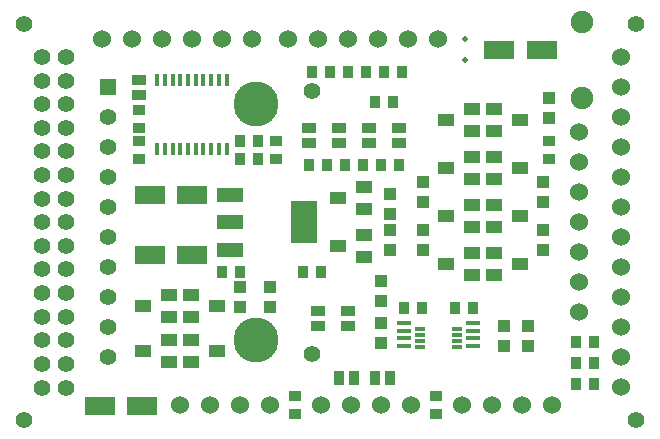
<source format=gts>
%FSLAX34Y34*%
G04 Gerber Fmt 3.4, Leading zero omitted, Abs format*
G04 (created by PCBNEW (2014-jan-25)-product) date dom 15 jun 2014 08:51:59 CST*
%MOIN*%
G01*
G70*
G90*
G04 APERTURE LIST*
%ADD10C,0.005906*%
%ADD11C,0.056000*%
%ADD12C,0.060000*%
%ADD13C,0.075000*%
%ADD14R,0.055100X0.039300*%
%ADD15R,0.047200X0.013700*%
%ADD16R,0.035433X0.011811*%
%ADD17R,0.043300X0.039300*%
%ADD18C,0.055118*%
%ADD19C,0.020000*%
%ADD20R,0.012000X0.039000*%
%ADD21R,0.087900X0.047900*%
%ADD22R,0.086600X0.141700*%
%ADD23R,0.055000X0.055000*%
%ADD24C,0.055000*%
%ADD25C,0.150000*%
%ADD26R,0.038000X0.050000*%
%ADD27R,0.050000X0.038000*%
%ADD28R,0.102400X0.063000*%
%ADD29R,0.035400X0.039400*%
%ADD30R,0.039400X0.035400*%
G04 APERTURE END LIST*
G54D10*
G54D11*
X78107Y-23989D03*
X78893Y-23989D03*
X78107Y-24776D03*
X78893Y-24776D03*
X78107Y-25563D03*
X78893Y-25563D03*
X78107Y-26351D03*
X78893Y-26351D03*
X78107Y-27138D03*
X78893Y-27138D03*
X78107Y-27926D03*
X78893Y-27926D03*
X78107Y-28713D03*
X78893Y-28713D03*
X78107Y-29500D03*
X78893Y-29500D03*
X78107Y-30287D03*
X78893Y-30287D03*
X78107Y-31074D03*
X78893Y-31074D03*
X78107Y-31862D03*
X78893Y-31862D03*
X78107Y-32649D03*
X78893Y-32649D03*
X78107Y-33437D03*
X78893Y-33437D03*
X78107Y-34224D03*
X78893Y-34224D03*
X78107Y-35011D03*
X78893Y-35011D03*
G54D12*
X80100Y-23400D03*
X81100Y-23400D03*
X82100Y-23400D03*
X83100Y-23400D03*
X84100Y-23400D03*
X85100Y-23400D03*
X91300Y-23400D03*
X90300Y-23400D03*
X89300Y-23400D03*
X88300Y-23400D03*
X87300Y-23400D03*
X86300Y-23400D03*
X90400Y-35600D03*
X89400Y-35600D03*
X88400Y-35600D03*
X87400Y-35600D03*
X82700Y-35600D03*
X83700Y-35600D03*
X84700Y-35600D03*
X85700Y-35600D03*
X95100Y-35600D03*
X94100Y-35600D03*
X93100Y-35600D03*
X92100Y-35600D03*
G54D13*
X96100Y-22821D03*
X96100Y-25359D03*
G54D12*
X96000Y-32500D03*
X96000Y-31500D03*
X96000Y-30500D03*
X96000Y-29500D03*
X96000Y-28500D03*
X96000Y-27500D03*
X96000Y-26500D03*
X97400Y-35000D03*
X97400Y-34000D03*
X97400Y-33000D03*
X97400Y-32000D03*
X97400Y-31000D03*
X97400Y-30000D03*
X97400Y-29000D03*
X97400Y-28000D03*
X97400Y-27000D03*
X97400Y-26000D03*
X97400Y-25000D03*
X97400Y-24000D03*
G54D14*
X93167Y-25726D03*
X93167Y-26474D03*
X94033Y-26100D03*
X92433Y-26474D03*
X92433Y-25726D03*
X91567Y-26100D03*
X93167Y-27326D03*
X93167Y-28074D03*
X94033Y-27700D03*
X92433Y-28074D03*
X92433Y-27326D03*
X91567Y-27700D03*
X93167Y-28926D03*
X93167Y-29674D03*
X94033Y-29300D03*
X92433Y-29674D03*
X92433Y-28926D03*
X91567Y-29300D03*
X93167Y-30526D03*
X93167Y-31274D03*
X94033Y-30900D03*
X92433Y-31274D03*
X92433Y-30526D03*
X91567Y-30900D03*
G54D15*
X92459Y-33624D03*
X92459Y-33368D03*
X92459Y-33114D03*
X92459Y-32858D03*
X90157Y-32858D03*
X90157Y-33114D03*
X90157Y-33368D03*
X90157Y-33624D03*
G54D16*
X91920Y-33655D03*
X91920Y-33458D03*
X91920Y-33261D03*
X91920Y-33064D03*
X90700Y-33064D03*
X90700Y-33261D03*
X90700Y-33458D03*
X90700Y-33655D03*
G54D14*
X82333Y-34174D03*
X82333Y-33426D03*
X81467Y-33800D03*
X83067Y-33426D03*
X83067Y-34174D03*
X83933Y-33800D03*
X83067Y-31926D03*
X83067Y-32674D03*
X83933Y-32300D03*
X82333Y-32674D03*
X82333Y-31926D03*
X81467Y-32300D03*
X88833Y-30674D03*
X88833Y-29926D03*
X87967Y-30300D03*
X88833Y-29074D03*
X88833Y-28326D03*
X87967Y-28700D03*
G54D17*
X84700Y-32334D03*
X84700Y-31666D03*
G54D18*
X87109Y-33890D03*
X77500Y-22900D03*
X77500Y-36100D03*
X97900Y-36100D03*
X97900Y-22900D03*
X87109Y-25110D03*
G54D19*
X92209Y-23400D03*
X92200Y-24100D03*
G54D20*
X81949Y-27048D03*
X82205Y-27048D03*
X82461Y-27048D03*
X82717Y-27048D03*
X82973Y-27048D03*
X83227Y-27048D03*
X83483Y-27048D03*
X83739Y-27048D03*
X83995Y-27048D03*
X84251Y-27048D03*
X84251Y-24752D03*
X83995Y-24752D03*
X83739Y-24752D03*
X83483Y-24752D03*
X83227Y-24752D03*
X82973Y-24752D03*
X82717Y-24752D03*
X82461Y-24752D03*
X82205Y-24752D03*
X81949Y-24752D03*
G54D21*
X84380Y-28591D03*
X84380Y-29500D03*
X84380Y-30409D03*
G54D22*
X86820Y-29500D03*
G54D17*
X93500Y-33634D03*
X93500Y-32966D03*
X94300Y-33634D03*
X94300Y-32966D03*
X94800Y-30434D03*
X94800Y-29766D03*
X90800Y-28834D03*
X90800Y-28166D03*
X94800Y-28834D03*
X94800Y-28166D03*
X90800Y-29766D03*
X90800Y-30434D03*
X85700Y-32334D03*
X85700Y-31666D03*
X89700Y-29766D03*
X89700Y-30434D03*
X89700Y-28566D03*
X89700Y-29234D03*
X95000Y-26034D03*
X95000Y-25366D03*
X89400Y-32134D03*
X89400Y-31466D03*
X89400Y-33534D03*
X89400Y-32866D03*
G54D23*
X80298Y-25000D03*
G54D24*
X80298Y-26000D03*
X80298Y-27000D03*
X80298Y-28000D03*
X80298Y-29000D03*
X80298Y-30000D03*
X80298Y-31000D03*
X80298Y-32000D03*
X80298Y-33000D03*
X80298Y-34000D03*
G54D25*
X85221Y-25563D03*
X85221Y-33437D03*
G54D26*
X89700Y-34700D03*
X89200Y-34700D03*
X88000Y-34700D03*
X88500Y-34700D03*
G54D27*
X81350Y-25250D03*
X81350Y-24750D03*
X88300Y-32450D03*
X88300Y-32950D03*
X90000Y-26350D03*
X90000Y-26850D03*
X89000Y-26350D03*
X89000Y-26850D03*
X87300Y-32450D03*
X87300Y-32950D03*
X88000Y-26350D03*
X88000Y-26850D03*
X87000Y-26350D03*
X87000Y-26850D03*
G54D28*
X83109Y-30600D03*
X81691Y-30600D03*
X94759Y-23750D03*
X93341Y-23750D03*
G54D29*
X88204Y-27600D03*
X88796Y-27600D03*
G54D30*
X81350Y-26804D03*
X81350Y-27396D03*
G54D29*
X89404Y-27600D03*
X89996Y-27600D03*
G54D30*
X86550Y-35896D03*
X86550Y-35304D03*
G54D29*
X96496Y-34200D03*
X95904Y-34200D03*
X96496Y-33500D03*
X95904Y-33500D03*
X90163Y-32360D03*
X90755Y-32360D03*
X87396Y-31150D03*
X86804Y-31150D03*
G54D30*
X85900Y-26804D03*
X85900Y-27396D03*
G54D29*
X84704Y-27400D03*
X85296Y-27400D03*
X85296Y-26800D03*
X84704Y-26800D03*
X87004Y-27600D03*
X87596Y-27600D03*
X87104Y-24500D03*
X87696Y-24500D03*
G54D30*
X95000Y-26804D03*
X95000Y-27396D03*
G54D29*
X89504Y-24500D03*
X90096Y-24500D03*
G54D30*
X91250Y-35304D03*
X91250Y-35896D03*
G54D29*
X96496Y-34900D03*
X95904Y-34900D03*
X92455Y-32360D03*
X91863Y-32360D03*
X89204Y-25500D03*
X89796Y-25500D03*
G54D30*
X81350Y-25754D03*
X81350Y-26346D03*
G54D29*
X88304Y-24500D03*
X88896Y-24500D03*
G54D28*
X83109Y-28600D03*
X81691Y-28600D03*
G54D29*
X84705Y-31150D03*
X84113Y-31150D03*
G54D28*
X81449Y-35640D03*
X80031Y-35640D03*
M02*

</source>
